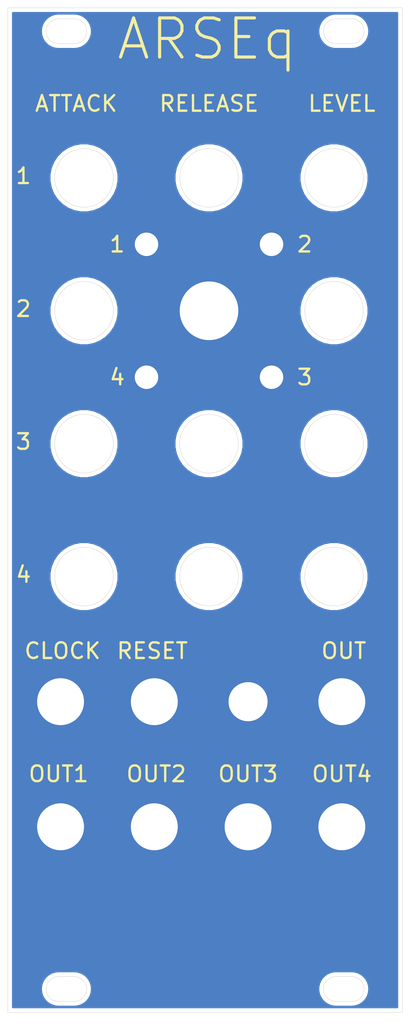
<source format=kicad_pcb>
(kicad_pcb (version 20171130) (host pcbnew "(5.1.5-0)")
  (layers (0 F.Cu signal) (31 B.Cu signal) (34 B.Paste user hide) (35 F.Paste user hide) (36 B.SilkS user) (37 F.SilkS user) (38 B.Mask user) (39 F.Mask user) (44 Edge.Cuts user))
  (net 0 "")
  (net 1 GND)
  (module "custom footprints:6mm_mounting_hole_thonkiconn" (layer F.Cu) (at 25.75 38.75)
    (fp_text reference TP1 hide)
    (fp_text value TestPoint)
    (pad 1 thru_hole circle (at 0 0) (size 7.6 7.6) (drill 7.5) (layers *.Cu *.Mask) (net 1 GND))
  )
  (module "custom footprints:3mm_mounting_hole_LED" (layer F.Cu) (at 17.75 30.25)
    (fp_text reference REF** hide)
    (fp_text value 3mm_mounting_hole_LED)
    (pad 1 thru_hole circle (at 0 0) (size 3.1 3.1) (drill 3) (layers *.Cu *.Mask) (net 1 GND))
  )
  (module "custom footprints:3mm_mounting_hole_LED" (layer F.Cu) (at 33.75 30.25)
    (fp_text reference REF** hide)
    (fp_text value 3mm_mounting_hole_LED)
    (pad 1 thru_hole circle (at 0 0) (size 3.1 3.1) (drill 3) (layers *.Cu *.Mask) (net 1 GND))
  )
  (module "custom footprints:3mm_mounting_hole_LED" (layer F.Cu) (at 33.75 47.25)
    (fp_text reference REF** hide)
    (fp_text value 3mm_mounting_hole_LED)
    (pad 1 thru_hole circle (at 0 0) (size 3.1 3.1) (drill 3) (layers *.Cu *.Mask) (net 1 GND))
  )
  (module "custom footprints:3mm_mounting_hole_LED" (layer F.Cu) (at 17.75 47.25)
    (fp_text reference REF** hide)
    (fp_text value 3mm_mounting_hole_LED)
    (pad 1 thru_hole circle (at 0 0) (size 3.1 3.1) (drill 3) (layers *.Cu *.Mask) (net 1 GND))
  )
  (module "custom footprints:potleaf_small_copper" (layer F.Cu) (at 25.5 123.5)
    (fp_text reference REF** hide)
    (fp_text value potleaf_small_copper)
    (fp_poly (pts (xy -3.4036 -3.9751) (xy -3.0861 -3.7338) (xy -2.52095 -3.4163) (xy -1.92405 -2.9845) (xy -1.5494 -2.6035) (xy -1.14935 -2.03835) (xy -0.55245 -0.85725) (xy -0.254 -0.2921) (xy -0.2413 -0.2794) (xy -0.5715 -0.254) (xy -0.6731 -0.3048) (xy -1.0287 -0.55245) (xy -1.4351 -0.92075) (xy -1.7653 -1.27) (xy -2.1209 -1.7018) (xy -2.4003 -2.1209) (xy -2.5908 -2.3749) (xy -2.8448 -2.8321) (xy -3.0988 -3.2004) (xy -3.3401 -3.6195) (xy -3.6195 -4.1783)) (layer F.Cu) (width 0.1))
    (fp_poly (pts (xy -1.997075 -0.796925) (xy -1.660525 -0.701675) (xy -1.397 -0.6096) (xy -0.6985 -0.2032) (xy -0.66802 -0.17526) (xy -0.6604 -0.1905) (xy -0.6604 -0.1778) (xy -0.66802 -0.17526) (xy -0.7493 -0.0127) (xy -0.3556 0.127) (xy -0.56515 0.1524) (xy -0.95885 0.1778) (xy -1.4351 0.1778) (xy -1.8796 0.1143) (xy -2.3622 0) (xy -2.7559 -0.1143) (xy -3.1623 -0.3429) (xy -3.4798 -0.5715) (xy -3.8862 -0.6985) (xy -3.2385 -0.7493) (xy -2.7051 -0.7874) (xy -2.24155 -0.79375)) (layer F.Cu) (width 0.1))
    (fp_poly (pts (xy -0.13335 0.2667) (xy -0.50165 0.6985) (xy -0.9398 0.97155) (xy -1.3208 1.11125) (xy -2.0701 1.27635) (xy -1.5875 0.7493) (xy -1.1938 0.4826) (xy -0.8255 0.2794) (xy -0.3556 0.2032) (xy -0.3302 0.2032)) (layer F.Cu) (width 0.1))
    (fp_poly (pts (xy 0 -0.2159) (xy -0.211138 -0.022225) (xy 0.007937 0.073025) (xy 0.758825 0.61595) (xy 0.57785 0.7112) (xy 0 0.254) (xy 0.0127 1.3462) (xy -0.1016 1.2065) (xy -0.10795 0.3175) (xy -0.0635 0.3175) (xy -0.4445 0.1016) (xy -0.73025 -0.0508) (xy -0.56515 -0.3302)) (layer F.Cu) (width 0.1))
    (fp_poly (pts (xy 0.64135 0.2413) (xy 1.1938 0.5207) (xy 1.520825 0.847725) (xy 1.655763 1.077913) (xy 1.887538 1.347788) (xy 1.58115 1.26365) (xy 1.32715 1.18745) (xy 1.14935 1.12395) (xy 0.7747 0.9906) (xy 0.415925 0.796925) (xy 0.155575 0.511175) (xy 0.03175 0.34925) (xy 0.09525 0.38735) (xy 0.06985 0.32385) (xy 0.13335 0.1524)) (layer F.Cu) (width 0.1))
    (fp_poly (pts (xy 3.0734 -0.762) (xy 3.5052 -0.7366) (xy 4.083207 -0.726057) (xy 3.4036 -0.5715) (xy 2.9718 -0.381) (xy 2.6289 -0.1651) (xy 2.2098 0) (xy 1.6764 0.0889) (xy 1.2319 0.1143) (xy 0.65405 0.09525) (xy 0.0762 0.0762) (xy 0.0127 0) (xy 0.2286 -0.0635) (xy 0.235585 -0.1143) (xy 0.551815 -0.2413) (xy 1.08585 -0.4699) (xy 1.6383 -0.6731) (xy 2.032 -0.7874) (xy 2.4765 -0.7874)) (layer F.Cu) (width 0.1))
    (fp_poly (pts (xy 3.0607 -3.4163) (xy 2.8194 -2.921) (xy 2.6162 -2.4638) (xy 2.35585 -1.9431) (xy 2.0828 -1.5875) (xy 1.77165 -1.17475) (xy 1.30175 -0.78105) (xy 0.8001 -0.4445) (xy -0.3048 0.1524) (xy -0.2794 -0.1778) (xy 0.0254 -0.2286) (xy 0.27305 -0.66675) (xy 0.48895 -1.1303) (xy 0.65405 -1.4605) (xy 0.8382 -1.7526) (xy 1.0033 -2.0701) (xy 1.2827 -2.4257) (xy 1.5621 -2.7432) (xy 1.8923 -3.0353) (xy 2.2352 -3.2639) (xy 2.6162 -3.5179) (xy 3.0099 -3.7846) (xy 3.5433 -4.1783)) (layer F.Cu) (width 0.1))
    (fp_poly (pts (xy 0.2159 -5.5499) (xy 0.3175 -5.0673) (xy 0.4318 -4.6101) (xy 0.51435 -4.2799) (xy 0.57785 -3.8989) (xy 0.6223 -3.3782) (xy 0.6223 -2.8448) (xy 0.5715 -2.2606) (xy 0.508 -1.7399) (xy 0.365125 -1.2446) (xy 0.066675 -0.2286) (xy -0.14605 -0.2794) (xy -0.381 -1.1938) (xy -0.554038 -2.0574) (xy -0.538163 -2.8448) (xy -0.485775 -3.5052) (xy -0.32385 -4.2799) (xy -0.0889 -5.0927) (xy 0.0381 -5.8674) (xy 0.1016 -6.3881)) (layer F.Cu) (width 0.1))
  )
  (module "custom footprints:6mm_mounting_hole_thonkiconn" (layer F.Cu) (at 42.75 104.75)
    (fp_text reference TP1 hide)
    (fp_text value TestPoint)
    (pad 1 thru_hole circle (at 0 0) (size 6.1 6.1) (drill 6) (layers *.Cu *.Mask) (net 1 GND))
  )
  (module "custom footprints:6mm_mounting_hole_thonkiconn" (layer F.Cu) (at 6.75 88.75)
    (fp_text reference TP1 hide)
    (fp_text value TestPoint)
    (pad 1 thru_hole circle (at 0 0) (size 6.1 6.1) (drill 6) (layers *.Cu *.Mask) (net 1 GND))
  )
  (module "custom footprints:6mm_mounting_hole_thonkiconn" (layer F.Cu) (at 42.75 88.75)
    (fp_text reference TP1 hide)
    (fp_text value TestPoint)
    (pad 1 thru_hole circle (at 0 0) (size 6.1 6.1) (drill 6) (layers *.Cu *.Mask) (net 1 GND))
  )
  (module "custom footprints:6mm_mounting_hole_thonkiconn" (layer F.Cu) (at 30.75 88.75)
    (fp_text reference TP1 hide)
    (fp_text value TestPoint)
    (pad 1 thru_hole circle (at 0 0) (size 5.1 5.1) (drill 5) (layers *.Cu *.Mask) (net 1 GND))
  )
  (module "custom footprints:6mm_mounting_hole_thonkiconn" (layer F.Cu) (at 18.75 88.75)
    (fp_text reference TP1 hide)
    (fp_text value TestPoint)
    (pad 1 thru_hole circle (at 0 0) (size 6.1 6.1) (drill 6) (layers *.Cu *.Mask) (net 1 GND))
  )
  (module "custom footprints:6mm_mounting_hole_thonkiconn" (layer F.Cu) (at 6.75 104.75)
    (fp_text reference TP1 hide)
    (fp_text value TestPoint)
    (pad 1 thru_hole circle (at 0 0) (size 6.1 6.1) (drill 6) (layers *.Cu *.Mask) (net 1 GND))
  )
  (module "custom footprints:6mm_mounting_hole_thonkiconn" (layer F.Cu) (at 30.75 104.75)
    (fp_text reference TP1 hide)
    (fp_text value TestPoint)
    (pad 1 thru_hole circle (at 0 0) (size 6.1 6.1) (drill 6) (layers *.Cu *.Mask) (net 1 GND))
  )
  (module "custom footprints:6mm_mounting_hole_thonkiconn" (layer F.Cu) (at 18.75 104.75)
    (fp_text reference TP1 hide)
    (fp_text value TestPoint)
    (pad 1 thru_hole circle (at 0 0) (size 6.1 6.1) (drill 6) (layers *.Cu *.Mask) (net 1 GND))
  )
  (gr_text OUT4 (at 42.75 98) (layer F.SilkS) (effects (font (size 2 2) (thickness 0.3))))
  (gr_text OUT3 (at 30.75 98) (layer F.SilkS) (effects (font (size 2 2) (thickness 0.3))))
  (gr_text OUT2 (at 19 98) (layer F.SilkS) (effects (font (size 2 2) (thickness 0.3))))
  (gr_text OUT1 (at 6.5 98) (layer F.SilkS) (effects (font (size 2 2) (thickness 0.3))))
  (gr_text OUT (at 43 82.25) (layer F.SilkS) (effects (font (size 2 2) (thickness 0.3))))
  (gr_text RESET (at 18.5 82.25) (layer F.SilkS) (effects (font (size 2 2) (thickness 0.3))))
  (gr_text CLOCK (at 7 82.25) (layer F.SilkS) (effects (font (size 2 2) (thickness 0.3))))
  (gr_text 4 (at 14 47.25) (layer F.SilkS) (effects (font (size 2 2) (thickness 0.3))))
  (gr_text 4 (at 2 72.5) (layer F.SilkS) (effects (font (size 2 2) (thickness 0.3))))
  (gr_text 3 (at 38 47.25) (layer F.SilkS) (effects (font (size 2 2) (thickness 0.3))))
  (gr_text 3 (at 2 55.5) (layer F.SilkS) (effects (font (size 2 2) (thickness 0.3))))
  (gr_text 2 (at 38 30.25) (layer F.SilkS) (effects (font (size 2 2) (thickness 0.3))))
  (gr_text 2 (at 2 38.5) (layer F.SilkS) (effects (font (size 2 2) (thickness 0.3))))
  (gr_text 1 (at 14 30.25) (layer F.SilkS) (effects (font (size 2 2) (thickness 0.3))))
  (gr_text 1 (at 2 21.5) (layer F.SilkS) (effects (font (size 2 2) (thickness 0.3))))
  (gr_text LEVEL (at 42.75 12.25) (layer F.SilkS) (effects (font (size 2 2) (thickness 0.3))))
  (gr_text RELEASE (at 25.75 12.25) (layer F.SilkS) (effects (font (size 2 2) (thickness 0.3))))
  (gr_poly (pts (xy 33.75 47.5) (xy 17.75 47.5) (xy 17.75 30.25) (xy 33.75 30.25)) (layer F.Cu) (width 0.1))
  (gr_circle (center 41.75 72.75) (end 45.5 72.75) (layer Edge.Cuts) (width 0.05))
  (gr_circle (center 25.75 72.75) (end 29.5 72.75) (layer Edge.Cuts) (width 0.05))
  (gr_circle (center 9.75 72.75) (end 13.5 72.75) (layer Edge.Cuts) (width 0.05))
  (gr_circle (center 41.75 55.75) (end 45.5 55.75) (layer Edge.Cuts) (width 0.05))
  (gr_circle (center 25.75 55.75) (end 29.5 55.75) (layer Edge.Cuts) (width 0.05))
  (gr_circle (center 9.75 55.75) (end 13.5 55.75) (layer Edge.Cuts) (width 0.05))
  (gr_circle (center 41.75 38.75) (end 45.5 38.75) (layer Edge.Cuts) (width 0.05))
  (gr_circle (center 9.75 38.75) (end 13.5 38.75) (layer Edge.Cuts) (width 0.05))
  (gr_circle (center 41.75 21.75) (end 45.5 21.75) (layer Edge.Cuts) (width 0.05))
  (gr_line (start 39.5 104.75) (end 9.5 104.75) (layer F.Cu) (width 2))
  (gr_line (start 17.75 88.75) (end 7.75 88.75) (layer F.Cu) (width 2))
  (gr_line (start 42 88.75) (end 32 88.75) (layer F.Cu) (width 2))
  (gr_text ARSEq (at 25.5 4) (layer F.SilkS) (effects (font (size 5 5) (thickness 0.4))))
  (gr_text ATTACK (at 8.75 12.25) (layer F.SilkS) (effects (font (size 2 2) (thickness 0.3))))
  (gr_circle (center 9.75 21.75) (end 13.5 21.75) (layer Edge.Cuts) (width 0.05))
  (gr_circle (center 25.75 21.75) (end 29.5 21.75) (layer Edge.Cuts) (width 0.05))
  (gr_arc (start 8.5 125.5) (end 8.5 127.1) (angle -180) (layer Edge.Cuts) (width 0.05))
  (gr_line (start 6.5 123.9) (end 8.5 123.9) (layer Edge.Cuts) (width 0.05))
  (gr_arc (start 6.5 125.5) (end 6.5 123.9) (angle -180) (layer Edge.Cuts) (width 0.05))
  (gr_line (start 6.5 127.1) (end 8.5 127.1) (layer Edge.Cuts) (width 0.05))
  (gr_arc (start 8.5 3) (end 8.5 4.6) (angle -180) (layer Edge.Cuts) (width 0.05))
  (gr_line (start 6.5 1.4) (end 8.5 1.4) (layer Edge.Cuts) (width 0.05))
  (gr_arc (start 6.5 3) (end 6.5 1.4) (angle -180) (layer Edge.Cuts) (width 0.05))
  (gr_line (start 6.5 4.6) (end 8.5 4.6) (layer Edge.Cuts) (width 0.05))
  (gr_arc (start 44 125.5) (end 44 127.1) (angle -180) (layer Edge.Cuts) (width 0.05))
  (gr_line (start 42 123.9) (end 44 123.9) (layer Edge.Cuts) (width 0.05))
  (gr_arc (start 42 125.5) (end 42 123.9) (angle -180) (layer Edge.Cuts) (width 0.05))
  (gr_line (start 42 127.1) (end 44 127.1) (layer Edge.Cuts) (width 0.05))
  (gr_line (start 42 1.4) (end 44 1.4) (layer Edge.Cuts) (width 0.05))
  (gr_line (start 42 4.6) (end 44 4.6) (layer Edge.Cuts) (width 0.05))
  (gr_arc (start 42 3) (end 42 1.4) (angle -180) (layer Edge.Cuts) (width 0.05))
  (gr_arc (start 44 3) (end 44 4.6) (angle -180) (layer Edge.Cuts) (width 0.05))
  (gr_line (start 0 128.5) (end 0 0) (layer Edge.Cuts) (width 0.05))
  (gr_line (start 50.5 128.5) (end 0 128.5) (layer Edge.Cuts) (width 0.05))
  (gr_line (start 50.5 0) (end 50.5 128.5) (layer Edge.Cuts) (width 0.05))
  (gr_line (start 0 0) (end 50.5 0) (layer Edge.Cuts) (width 0.05))
  (zone (net 1) (net_name GND) (layer B.Cu) (connect_pads yes (clearance 0.508)) (min_thickness 0.254) (fill yes (arc_segments 32) (thermal_gap 0.508) (thermal_bridge_width 0.508))
    (polygon (pts (xy 51.75 129.5) (xy -1 130) (xy -1 -1) (xy 51.75 -1)))
  )
)
</source>
